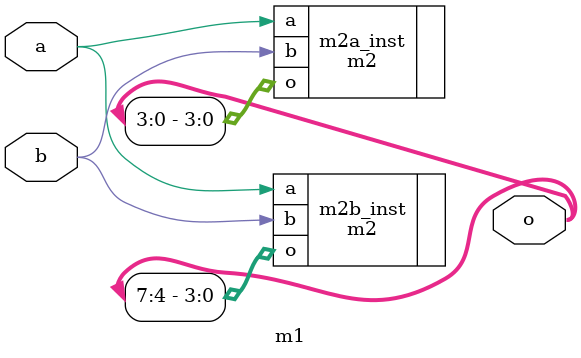
<source format=v>
module m1 (
    input wire a,
    input wire b,
    output wire [7:0] o
);

m2 m2a_inst(.a(a), .b(b), .o(o[3:0]));
m2 m2b_inst(.a(a), .b(b), .o(o[7:4]));

endmodule
</source>
